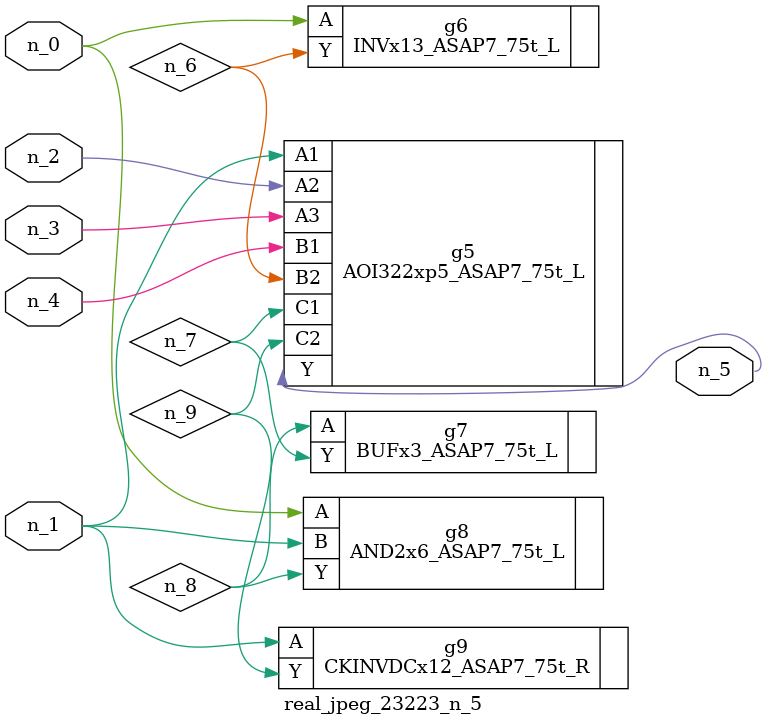
<source format=v>
module real_jpeg_23223_n_5 (n_4, n_0, n_1, n_2, n_3, n_5);

input n_4;
input n_0;
input n_1;
input n_2;
input n_3;

output n_5;

wire n_8;
wire n_6;
wire n_7;
wire n_9;

INVx13_ASAP7_75t_L g6 ( 
.A(n_0),
.Y(n_6)
);

AND2x6_ASAP7_75t_L g8 ( 
.A(n_0),
.B(n_1),
.Y(n_8)
);

AOI322xp5_ASAP7_75t_L g5 ( 
.A1(n_1),
.A2(n_2),
.A3(n_3),
.B1(n_4),
.B2(n_6),
.C1(n_7),
.C2(n_9),
.Y(n_5)
);

CKINVDCx12_ASAP7_75t_R g9 ( 
.A(n_1),
.Y(n_9)
);

BUFx3_ASAP7_75t_L g7 ( 
.A(n_8),
.Y(n_7)
);


endmodule
</source>
